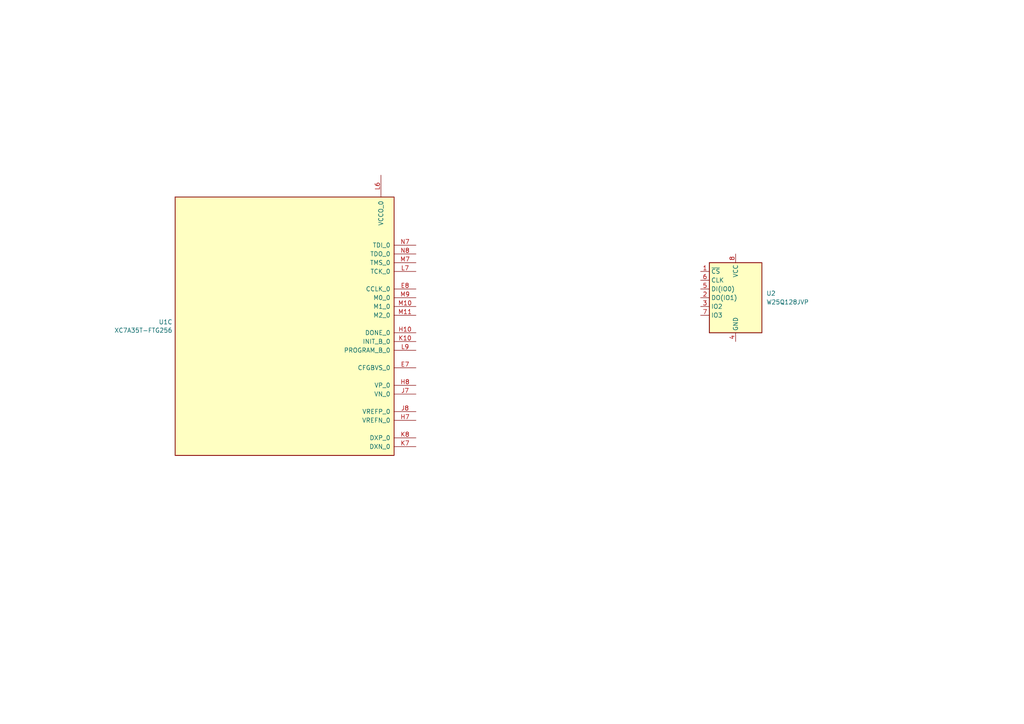
<source format=kicad_sch>
(kicad_sch (version 20231120) (generator "eeschema") (generator_version "8.0")
  (paper "A4")
  (lib_symbols
    (symbol "FPGA_Xilinx_Artix7:XC7A35T-FTG256" (pin_names (offset 1.016))
      (property "Reference" "U" (at 0 1.27 0))
      (property "Value" "XC7A35T-FTG256" (at 0 -1.27 0))
      (symbol "XC7A35T-FTG256_1_1"
        (rectangle (start -44.45 67.31) (end 44.45 -73.66) (stroke (width 0.254)) (fill (type background)))
        (pin bidirectional line (at 50.8 38.1 180) (length 6.35) (name "IO_L3N_T0_DQS_AD1N_15") (number "A10"))
        (pin bidirectional line (at 50.8 27.94 180) (length 6.35) (name "IO_L5N_T0_AD9N_15") (number "A12"))
        (pin bidirectional line (at 50.8 20.32 180) (length 6.35) (name "IO_L7P_T1_AD2P_15") (number "A13"))
        (pin bidirectional line (at 50.8 17.78 180) (length 6.35) (name "IO_L7N_T1_AD2N_15") (number "A14"))
        (pin bidirectional line (at 50.8 7.62 180) (length 6.35) (name "IO_L9N_T1_DQS_AD3N_15") (number "A15"))
        (pin power_in line (at 27.94 73.66 270) (length 6.35) (name "VCCO_15") (number "A16"))
        (pin bidirectional line (at 50.8 45.72 180) (length 6.35) (name "IO_L2P_T0_AD8P_15") (number "A8"))
        (pin bidirectional line (at 50.8 43.18 180) (length 6.35) (name "IO_L2N_T0_AD8N_15") (number "A9"))
        (pin bidirectional line (at 50.8 35.56 180) (length 6.35) (name "IO_L4P_T0_15") (number "B10"))
        (pin bidirectional line (at 50.8 33.02 180) (length 6.35) (name "IO_L4N_T0_15") (number "B11"))
        (pin bidirectional line (at 50.8 30.48 180) (length 6.35) (name "IO_L5P_T0_AD9P_15") (number "B12"))
        (pin power_in line (at 30.48 73.66 270) (length 6.35) (name "VCCO_15") (number "B13"))
        (pin bidirectional line (at 50.8 12.7 180) (length 6.35) (name "IO_L8N_T1_AD10N_15") (number "B14"))
        (pin bidirectional line (at 50.8 10.16 180) (length 6.35) (name "IO_L9P_T1_DQS_AD3P_15") (number "B15"))
        (pin bidirectional line (at 50.8 2.54 180) (length 6.35) (name "IO_L10N_T1_AD11N_15") (number "B16"))
        (pin bidirectional line (at 50.8 40.64 180) (length 6.35) (name "IO_L3P_T0_DQS_AD1P_15") (number "B9"))
        (pin power_in line (at 33.02 73.66 270) (length 6.35) (name "VCCO_15") (number "C10"))
        (pin bidirectional line (at 50.8 0 180) (length 6.35) (name "IO_L11P_T1_SRCC_15") (number "C11"))
        (pin bidirectional line (at 50.8 -2.54 180) (length 6.35) (name "IO_L11N_T1_SRCC_15") (number "C12"))
        (pin bidirectional line (at 50.8 -7.62 180) (length 6.35) (name "IO_L12N_T1_MRCC_15") (number "C13"))
        (pin bidirectional line (at 50.8 15.24 180) (length 6.35) (name "IO_L8P_T1_AD10P_15") (number "C14"))
        (pin bidirectional line (at 50.8 5.08 180) (length 6.35) (name "IO_L10P_T1_AD11P_15") (number "C16"))
        (pin bidirectional line (at 50.8 50.8 180) (length 6.35) (name "IO_L1P_T0_AD0P_15") (number "C8"))
        (pin bidirectional line (at 50.8 48.26 180) (length 6.35) (name "IO_L1N_T0_AD0N_15") (number "C9"))
        (pin bidirectional line (at 50.8 53.34 180) (length 6.35) (name "IO_0_15") (number "D10"))
        (pin bidirectional line (at 50.8 -17.78 180) (length 6.35) (name "IO_L14N_T2_SRCC_15") (number "D11"))
        (pin bidirectional line (at 50.8 -5.08 180) (length 6.35) (name "IO_L12P_T1_MRCC_15") (number "D13"))
        (pin bidirectional line (at 50.8 -20.32 180) (length 6.35) (name "IO_L15P_T2_DQS_15") (number "D14"))
        (pin bidirectional line (at 50.8 -22.86 180) (length 6.35) (name "IO_L15N_T2_DQS_ADV_B_15") (number "D15"))
        (pin bidirectional line (at 50.8 -33.02 180) (length 6.35) (name "IO_L17N_T2_A25_15") (number "D16"))
        (pin bidirectional line (at 50.8 25.4 180) (length 6.35) (name "IO_L6P_T0_15") (number "D8"))
        (pin bidirectional line (at 50.8 22.86 180) (length 6.35) (name "IO_L6N_T0_VREF_15") (number "D9"))
        (pin bidirectional line (at 50.8 -15.24 180) (length 6.35) (name "IO_L14P_T2_SRCC_15") (number "E11"))
        (pin bidirectional line (at 50.8 -10.16 180) (length 6.35) (name "IO_L13P_T2_MRCC_15") (number "E12"))
        (pin bidirectional line (at 50.8 -12.7 180) (length 6.35) (name "IO_L13N_T2_MRCC_15") (number "E13"))
        (pin power_in line (at 35.56 73.66 270) (length 6.35) (name "VCCO_15") (number "E14"))
        (pin bidirectional line (at 50.8 -38.1 180) (length 6.35) (name "IO_L18N_T2_A23_15") (number "E15"))
        (pin bidirectional line (at 50.8 -30.48 180) (length 6.35) (name "IO_L17P_T2_A26_15") (number "E16"))
        (pin bidirectional line (at 50.8 -25.4 180) (length 6.35) (name "IO_L16P_T2_A28_15") (number "F12"))
        (pin bidirectional line (at 50.8 -27.94 180) (length 6.35) (name "IO_L16N_T2_A27_15") (number "F13"))
        (pin bidirectional line (at 50.8 -53.34 180) (length 6.35) (name "IO_L21N_T3_DQS_A18_15") (number "F14"))
        (pin bidirectional line (at 50.8 -35.56 180) (length 6.35) (name "IO_L18P_T2_A24_15") (number "F15"))
        (pin bidirectional line (at 50.8 -71.12 180) (length 6.35) (name "IO_25_15") (number "G11"))
        (pin bidirectional line (at 50.8 -43.18 180) (length 6.35) (name "IO_L19N_T3_A21_VREF_15") (number "G12"))
        (pin bidirectional line (at 50.8 -50.8 180) (length 6.35) (name "IO_L21P_T3_DQS_15") (number "G14"))
        (pin bidirectional line (at 50.8 -68.58 180) (length 6.35) (name "IO_L24N_T3_RS0_15") (number "G15"))
        (pin bidirectional line (at 50.8 -58.42 180) (length 6.35) (name "IO_L22N_T3_A16_15") (number "G16"))
        (pin bidirectional line (at 50.8 -40.64 180) (length 6.35) (name "IO_L19P_T3_A22_15") (number "H11"))
        (pin bidirectional line (at 50.8 -45.72 180) (length 6.35) (name "IO_L20P_T3_A20_15") (number "H12"))
        (pin bidirectional line (at 50.8 -48.26 180) (length 6.35) (name "IO_L20N_T3_A19_15") (number "H13"))
        (pin bidirectional line (at 50.8 -66.04 180) (length 6.35) (name "IO_L24P_T3_RS1_15") (number "H14"))
        (pin power_in line (at 38.1 73.66 270) (length 6.35) (name "VCCO_15") (number "H15"))
        (pin bidirectional line (at 50.8 -55.88 180) (length 6.35) (name "IO_L22P_T3_A17_15") (number "H16"))
        (pin power_in line (at 40.64 73.66 270) (length 6.35) (name "VCCO_15") (number "J12"))
        (pin bidirectional line (at -50.8 50.8 0) (length 6.35) (name "IO_L1P_T0_D00_MOSI_14") (number "J13"))
        (pin bidirectional line (at -50.8 48.26 0) (length 6.35) (name "IO_L1N_T0_D01_DIN_14") (number "J14"))
        (pin bidirectional line (at 50.8 -60.96 180) (length 6.35) (name "IO_L23P_T3_FOE_B_15") (number "J15"))
        (pin bidirectional line (at 50.8 -63.5 180) (length 6.35) (name "IO_L23N_T3_FWE_B_15") (number "J16"))
        (pin bidirectional line (at -50.8 53.34 0) (length 6.35) (name "IO_0_14") (number "K12"))
        (pin bidirectional line (at -50.8 30.48 0) (length 6.35) (name "IO_L5P_T0_D06_14") (number "K13"))
        (pin bidirectional line (at -50.8 45.72 0) (length 6.35) (name "IO_L2P_T0_D02_14") (number "K15"))
        (pin bidirectional line (at -50.8 43.18 0) (length 6.35) (name "IO_L2N_T0_D03_14") (number "K16"))
        (pin bidirectional line (at -50.8 25.4 0) (length 6.35) (name "IO_L6P_T0_FCS_B_14") (number "L12"))
        (pin bidirectional line (at -50.8 27.94 0) (length 6.35) (name "IO_L5N_T0_D07_14") (number "L13"))
        (pin bidirectional line (at -50.8 35.56 0) (length 6.35) (name "IO_L4P_T0_D04_14") (number "L14"))
        (pin bidirectional line (at -50.8 40.64 0) (length 6.35) (name "IO_L3P_T0_DQS_PUDC_B_14") (number "L15"))
        (pin power_in line (at -40.64 73.66 270) (length 6.35) (name "VCCO_14") (number "L16"))
        (pin bidirectional line (at -50.8 22.86 0) (length 6.35) (name "IO_L6N_T0_D08_VREF_14") (number "M12"))
        (pin power_in line (at -38.1 73.66 270) (length 6.35) (name "VCCO_14") (number "M13"))
        (pin bidirectional line (at -50.8 33.02 0) (length 6.35) (name "IO_L4N_T0_D05_14") (number "M14"))
        (pin bidirectional line (at -50.8 38.1 0) (length 6.35) (name "IO_L3N_T0_DQS_EMCCLK_14") (number "M15"))
        (pin bidirectional line (at -50.8 20.32 0) (length 6.35) (name "IO_L7P_T1_D09_14") (number "M16"))
        (pin bidirectional line (at -50.8 -40.64 0) (length 6.35) (name "IO_L19P_T3_A10_D26_14") (number "M6"))
        (pin power_in line (at -35.56 73.66 270) (length 6.35) (name "VCCO_14") (number "N10"))
        (pin bidirectional line (at -50.8 -10.16 0) (length 6.35) (name "IO_L13P_T2_MRCC_14") (number "N11"))
        (pin bidirectional line (at -50.8 -12.7 0) (length 6.35) (name "IO_L13N_T2_MRCC_14") (number "N12"))
        (pin bidirectional line (at -50.8 0 0) (length 6.35) (name "IO_L11P_T1_SRCC_14") (number "N13"))
        (pin bidirectional line (at -50.8 -5.08 0) (length 6.35) (name "IO_L12P_T1_MRCC_14") (number "N14"))
        (pin bidirectional line (at -50.8 17.78 0) (length 6.35) (name "IO_L7N_T1_D10_14") (number "N16"))
        (pin bidirectional line (at -50.8 -43.18 0) (length 6.35) (name "IO_L19N_T3_A09_D25_VREF_14") (number "N6"))
        (pin bidirectional line (at -50.8 -35.56 0) (length 6.35) (name "IO_L18P_T2_A12_D28_14") (number "N9"))
        (pin bidirectional line (at -50.8 -15.24 0) (length 6.35) (name "IO_L14P_T2_SRCC_14") (number "P10"))
        (pin bidirectional line (at -50.8 -17.78 0) (length 6.35) (name "IO_L14N_T2_SRCC_14") (number "P11"))
        (pin bidirectional line (at -50.8 -2.54 0) (length 6.35) (name "IO_L11N_T1_SRCC_14") (number "P13"))
        (pin bidirectional line (at -50.8 -7.62 0) (length 6.35) (name "IO_L12N_T1_MRCC_14") (number "P14"))
        (pin bidirectional line (at -50.8 15.24 0) (length 6.35) (name "IO_L8P_T1_D11_14") (number "P15"))
        (pin bidirectional line (at -50.8 12.7 0) (length 6.35) (name "IO_L8N_T1_D12_14") (number "P16"))
        (pin bidirectional line (at -50.8 -71.12 0) (length 6.35) (name "IO_25_14") (number "P6"))
        (pin power_in line (at -33.02 73.66 270) (length 6.35) (name "VCCO_14") (number "P7"))
        (pin bidirectional line (at -50.8 -45.72 0) (length 6.35) (name "IO_L20P_T3_A08_D24_14") (number "P8"))
        (pin bidirectional line (at -50.8 -38.1 0) (length 6.35) (name "IO_L18N_T2_A11_D27_14") (number "P9"))
        (pin bidirectional line (at -50.8 -30.48 0) (length 6.35) (name "IO_L17P_T2_A14_D30_14") (number "R10"))
        (pin bidirectional line (at -50.8 -33.02 0) (length 6.35) (name "IO_L17N_T2_A13_D29_14") (number "R11"))
        (pin bidirectional line (at -50.8 -20.32 0) (length 6.35) (name "IO_L15P_T2_DQS_RDWR_B_14") (number "R12"))
        (pin bidirectional line (at -50.8 -25.4 0) (length 6.35) (name "IO_L16P_T2_CSI_B_14") (number "R13"))
        (pin power_in line (at -30.48 73.66 270) (length 6.35) (name "VCCO_14") (number "R14"))
        (pin bidirectional line (at -50.8 10.16 0) (length 6.35) (name "IO_L9P_T1_DQS_14") (number "R15"))
        (pin bidirectional line (at -50.8 7.62 0) (length 6.35) (name "IO_L9N_T1_DQS_D13_14") (number "R16"))
        (pin bidirectional line (at -50.8 -60.96 0) (length 6.35) (name "IO_L23P_T3_A03_D19_14") (number "R5"))
        (pin bidirectional line (at -50.8 -66.04 0) (length 6.35) (name "IO_L24P_T3_A01_D17_14") (number "R6"))
        (pin bidirectional line (at -50.8 -68.58 0) (length 6.35) (name "IO_L24N_T3_A00_D16_14") (number "R7"))
        (pin bidirectional line (at -50.8 -48.26 0) (length 6.35) (name "IO_L20N_T3_A07_D23_14") (number "R8"))
        (pin bidirectional line (at -50.8 -58.42 0) (length 6.35) (name "IO_L22N_T3_A04_D20_14") (number "T10"))
        (pin power_in line (at -27.94 73.66 270) (length 6.35) (name "VCCO_14") (number "T11"))
        (pin bidirectional line (at -50.8 -22.86 0) (length 6.35) (name "IO_L15N_T2_DQS_DOUT_CSO_B_14") (number "T12"))
        (pin bidirectional line (at -50.8 -27.94 0) (length 6.35) (name "IO_L16N_T2_A15_D31_14") (number "T13"))
        (pin bidirectional line (at -50.8 5.08 0) (length 6.35) (name "IO_L10P_T1_D14_14") (number "T14"))
        (pin bidirectional line (at -50.8 2.54 0) (length 6.35) (name "IO_L10N_T1_D15_14") (number "T15"))
        (pin bidirectional line (at -50.8 -63.5 0) (length 6.35) (name "IO_L23N_T3_A02_D18_14") (number "T5"))
        (pin bidirectional line (at -50.8 -50.8 0) (length 6.35) (name "IO_L21P_T3_DQS_14") (number "T7"))
        (pin bidirectional line (at -50.8 -53.34 0) (length 6.35) (name "IO_L21N_T3_DQS_A06_D22_14") (number "T8"))
        (pin bidirectional line (at -50.8 -55.88 0) (length 6.35) (name "IO_L22P_T3_A05_D21_14") (number "T9"))
      )
      (symbol "XC7A35T-FTG256_2_1"
        (rectangle (start -44.45 67.31) (end 44.45 -73.66) (stroke (width 0.254)) (fill (type background)))
        (pin bidirectional line (at 50.8 12.7 180) (length 6.35) (name "IO_L8N_T1_AD14N_35") (number "A2"))
        (pin bidirectional line (at 50.8 33.02 180) (length 6.35) (name "IO_L4N_T0_35") (number "A3"))
        (pin bidirectional line (at 50.8 38.1 180) (length 6.35) (name "IO_L3N_T0_DQS_AD5N_35") (number "A4"))
        (pin bidirectional line (at 50.8 40.64 180) (length 6.35) (name "IO_L3P_T0_DQS_AD5P_35") (number "A5"))
        (pin power_in line (at 27.94 73.66 270) (length 6.35) (name "VCCO_35") (number "A6"))
        (pin bidirectional line (at 50.8 48.26 180) (length 6.35) (name "IO_L1N_T0_AD4N_35") (number "A7"))
        (pin bidirectional line (at 50.8 7.62 180) (length 6.35) (name "IO_L9N_T1_DQS_AD7N_35") (number "B1"))
        (pin bidirectional line (at 50.8 15.24 180) (length 6.35) (name "IO_L8P_T1_AD14P_35") (number "B2"))
        (pin power_in line (at 30.48 73.66 270) (length 6.35) (name "VCCO_35") (number "B3"))
        (pin bidirectional line (at 50.8 35.56 180) (length 6.35) (name "IO_L4P_T0_35") (number "B4"))
        (pin bidirectional line (at 50.8 43.18 180) (length 6.35) (name "IO_L2N_T0_AD12N_35") (number "B5"))
        (pin bidirectional line (at 50.8 45.72 180) (length 6.35) (name "IO_L2P_T0_AD12P_35") (number "B6"))
        (pin bidirectional line (at 50.8 50.8 180) (length 6.35) (name "IO_L1P_T0_AD4P_35") (number "B7"))
        (pin bidirectional line (at 50.8 10.16 180) (length 6.35) (name "IO_L9P_T1_DQS_AD7P_35") (number "C1"))
        (pin bidirectional line (at 50.8 17.78 180) (length 6.35) (name "IO_L7N_T1_AD6N_35") (number "C2"))
        (pin bidirectional line (at 50.8 20.32 180) (length 6.35) (name "IO_L7P_T1_AD6P_35") (number "C3"))
        (pin bidirectional line (at 50.8 -7.62 180) (length 6.35) (name "IO_L12N_T1_MRCC_35") (number "C4"))
        (pin bidirectional line (at 50.8 27.94 180) (length 6.35) (name "IO_L5N_T0_AD13N_35") (number "C6"))
        (pin bidirectional line (at 50.8 30.48 180) (length 6.35) (name "IO_L5P_T0_AD13P_35") (number "C7"))
        (pin bidirectional line (at 50.8 2.54 180) (length 6.35) (name "IO_L10N_T1_AD15N_35") (number "D1"))
        (pin bidirectional line (at 50.8 -2.54 180) (length 6.35) (name "IO_L11N_T1_SRCC_35") (number "D3"))
        (pin bidirectional line (at 50.8 -5.08 180) (length 6.35) (name "IO_L12P_T1_MRCC_35") (number "D4"))
        (pin bidirectional line (at 50.8 22.86 180) (length 6.35) (name "IO_L6N_T0_VREF_35") (number "D5"))
        (pin bidirectional line (at 50.8 25.4 180) (length 6.35) (name "IO_L6P_T0_35") (number "D6"))
        (pin power_in line (at 33.02 73.66 270) (length 6.35) (name "VCCO_35") (number "D7"))
        (pin bidirectional line (at 50.8 -22.86 180) (length 6.35) (name "IO_L15N_T2_DQS_35") (number "E1"))
        (pin bidirectional line (at 50.8 5.08 180) (length 6.35) (name "IO_L10P_T1_AD15P_35") (number "E2"))
        (pin bidirectional line (at 50.8 0 180) (length 6.35) (name "IO_L11P_T1_SRCC_35") (number "E3"))
        (pin power_in line (at 35.56 73.66 270) (length 6.35) (name "VCCO_35") (number "E4"))
        (pin bidirectional line (at 50.8 -12.7 180) (length 6.35) (name "IO_L13N_T2_MRCC_35") (number "E5"))
        (pin bidirectional line (at 50.8 53.34 180) (length 6.35) (name "IO_0_35") (number "E6"))
        (pin power_in line (at 38.1 73.66 270) (length 6.35) (name "VCCO_35") (number "F1"))
        (pin bidirectional line (at 50.8 -20.32 180) (length 6.35) (name "IO_L15P_T2_DQS_35") (number "F2"))
        (pin bidirectional line (at 50.8 -17.78 180) (length 6.35) (name "IO_L14N_T2_SRCC_35") (number "F3"))
        (pin bidirectional line (at 50.8 -15.24 180) (length 6.35) (name "IO_L14P_T2_SRCC_35") (number "F4"))
        (pin bidirectional line (at 50.8 -10.16 180) (length 6.35) (name "IO_L13P_T2_MRCC_35") (number "F5"))
        (pin bidirectional line (at 50.8 -33.02 180) (length 6.35) (name "IO_L17N_T2_35") (number "G1"))
        (pin bidirectional line (at 50.8 -30.48 180) (length 6.35) (name "IO_L17P_T2_35") (number "G2"))
        (pin bidirectional line (at 50.8 -27.94 180) (length 6.35) (name "IO_L16N_T2_35") (number "G4"))
        (pin bidirectional line (at 50.8 -25.4 180) (length 6.35) (name "IO_L16P_T2_35") (number "G5"))
        (pin bidirectional line (at 50.8 -48.26 180) (length 6.35) (name "IO_L20N_T3_35") (number "H1"))
        (pin bidirectional line (at 50.8 -45.72 180) (length 6.35) (name "IO_L20P_T3_35") (number "H2"))
        (pin bidirectional line (at 50.8 -53.34 180) (length 6.35) (name "IO_L21N_T3_DQS_35") (number "H3"))
        (pin bidirectional line (at 50.8 -38.1 180) (length 6.35) (name "IO_L18N_T2_35") (number "H4"))
        (pin bidirectional line (at 50.8 -35.56 180) (length 6.35) (name "IO_L18P_T2_35") (number "H5"))
        (pin bidirectional line (at 50.8 -58.42 180) (length 6.35) (name "IO_L22N_T3_35") (number "J1"))
        (pin power_in line (at 40.64 73.66 270) (length 6.35) (name "VCCO_35") (number "J2"))
        (pin bidirectional line (at 50.8 -50.8 180) (length 6.35) (name "IO_L21P_T3_DQS_35") (number "J3"))
        (pin bidirectional line (at 50.8 -43.18 180) (length 6.35) (name "IO_L19N_T3_VREF_35") (number "J4"))
        (pin bidirectional line (at 50.8 -40.64 180) (length 6.35) (name "IO_L19P_T3_35") (number "J5"))
        (pin bidirectional line (at 50.8 -55.88 180) (length 6.35) (name "IO_L22P_T3_35") (number "K1"))
        (pin bidirectional line (at 50.8 -68.58 180) (length 6.35) (name "IO_L24N_T3_35") (number "K2"))
        (pin bidirectional line (at 50.8 -66.04 180) (length 6.35) (name "IO_L24P_T3_35") (number "K3"))
        (pin bidirectional line (at 50.8 -71.12 180) (length 6.35) (name "IO_25_35") (number "K5"))
        (pin bidirectional line (at 50.8 -63.5 180) (length 6.35) (name "IO_L23N_T3_35") (number "L2"))
        (pin bidirectional line (at 50.8 -60.96 180) (length 6.35) (name "IO_L23P_T3_35") (number "L3"))
        (pin bidirectional line (at -50.8 50.8 0) (length 6.35) (name "IO_L1P_T0_34") (number "L4"))
        (pin bidirectional line (at -50.8 53.34 0) (length 6.35) (name "IO_0_34") (number "L5"))
        (pin bidirectional line (at -50.8 43.18 0) (length 6.35) (name "IO_L2N_T0_34") (number "M1"))
        (pin bidirectional line (at -50.8 45.72 0) (length 6.35) (name "IO_L2P_T0_34") (number "M2"))
        (pin power_in line (at -40.64 73.66 270) (length 6.35) (name "VCCO_34") (number "M3"))
        (pin bidirectional line (at -50.8 48.26 0) (length 6.35) (name "IO_L1N_T0_34") (number "M4"))
        (pin bidirectional line (at -50.8 25.4 0) (length 6.35) (name "IO_L6P_T0_34") (number "M5"))
        (pin bidirectional line (at -50.8 35.56 0) (length 6.35) (name "IO_L4P_T0_34") (number "N1"))
        (pin bidirectional line (at -50.8 38.1 0) (length 6.35) (name "IO_L3N_T0_DQS_34") (number "N2"))
        (pin bidirectional line (at -50.8 40.64 0) (length 6.35) (name "IO_L3P_T0_DQS_34") (number "N3"))
        (pin bidirectional line (at -50.8 22.86 0) (length 6.35) (name "IO_L6N_T0_VREF_34") (number "N4"))
        (pin bidirectional line (at -50.8 33.02 0) (length 6.35) (name "IO_L4N_T0_34") (number "P1"))
        (pin bidirectional line (at -50.8 27.94 0) (length 6.35) (name "IO_L5N_T0_34") (number "P3"))
        (pin bidirectional line (at -50.8 30.48 0) (length 6.35) (name "IO_L5P_T0_34") (number "P4"))
        (pin bidirectional line (at -50.8 5.08 0) (length 6.35) (name "IO_L10P_T1_34") (number "P5"))
        (pin bidirectional line (at -50.8 17.78 0) (length 6.35) (name "IO_L7N_T1_34") (number "R1"))
        (pin bidirectional line (at -50.8 20.32 0) (length 6.35) (name "IO_L7P_T1_34") (number "R2"))
        (pin bidirectional line (at -50.8 15.24 0) (length 6.35) (name "IO_L8P_T1_34") (number "R3"))
        (pin power_in line (at -38.1 73.66 270) (length 6.35) (name "VCCO_34") (number "R4"))
        (pin power_in line (at -35.56 73.66 270) (length 6.35) (name "VCCO_34") (number "T1"))
        (pin bidirectional line (at -50.8 12.7 0) (length 6.35) (name "IO_L8N_T1_34") (number "T2"))
        (pin bidirectional line (at -50.8 7.62 0) (length 6.35) (name "IO_L9N_T1_DQS_34") (number "T3"))
        (pin bidirectional line (at -50.8 10.16 0) (length 6.35) (name "IO_L9P_T1_DQS_34") (number "T4"))
      )
      (symbol "XC7A35T-FTG256_3_1"
        (rectangle (start -31.75 34.29) (end 31.75 -40.64) (stroke (width 0.254)) (fill (type background)))
        (pin bidirectional line (at 38.1 -15.24 180) (length 6.35) (name "CFGBVS_0") (number "E7"))
        (pin bidirectional line (at 38.1 7.62 180) (length 6.35) (name "CCLK_0") (number "E8"))
        (pin bidirectional line (at 38.1 -5.08 180) (length 6.35) (name "DONE_0") (number "H10"))
        (pin bidirectional line (at 38.1 -30.48 180) (length 6.35) (name "VREFN_0") (number "H7"))
        (pin bidirectional line (at 38.1 -20.32 180) (length 6.35) (name "VP_0") (number "H8"))
        (pin bidirectional line (at 38.1 -22.86 180) (length 6.35) (name "VN_0") (number "J7"))
        (pin bidirectional line (at 38.1 -27.94 180) (length 6.35) (name "VREFP_0") (number "J8"))
        (pin bidirectional line (at 38.1 -7.62 180) (length 6.35) (name "INIT_B_0") (number "K10"))
        (pin bidirectional line (at 38.1 -38.1 180) (length 6.35) (name "DXN_0") (number "K7"))
        (pin bidirectional line (at 38.1 -35.56 180) (length 6.35) (name "DXP_0") (number "K8"))
        (pin power_in line (at 27.94 40.64 270) (length 6.35) (name "VCCO_0") (number "L6"))
        (pin bidirectional line (at 38.1 12.7 180) (length 6.35) (name "TCK_0") (number "L7"))
        (pin bidirectional line (at 38.1 -10.16 180) (length 6.35) (name "PROGRAM_B_0") (number "L9"))
        (pin bidirectional line (at 38.1 2.54 180) (length 6.35) (name "M1_0") (number "M10"))
        (pin bidirectional line (at 38.1 0 180) (length 6.35) (name "M2_0") (number "M11"))
        (pin bidirectional line (at 38.1 15.24 180) (length 6.35) (name "TMS_0") (number "M7"))
        (pin bidirectional line (at 38.1 5.08 180) (length 6.35) (name "M0_0") (number "M9"))
        (pin bidirectional line (at 38.1 20.32 180) (length 6.35) (name "TDI_0") (number "N7"))
        (pin bidirectional line (at 38.1 17.78 180) (length 6.35) (name "TDO_0") (number "N8"))
      )
      (symbol "XC7A35T-FTG256_4_1"
        (rectangle (start -19.05 35.56) (end 19.05 -35.56) (stroke (width 0.254)) (fill (type background)))
        (pin power_in line (at -25.4 2.54 0) (length 6.35) (name "GND") (number "A1"))
        (pin power_in line (at -25.4 0 0) (length 6.35) (name "GND") (number "A11"))
        (pin power_in line (at -25.4 -2.54 0) (length 6.35) (name "GND") (number "B8"))
        (pin power_in line (at -25.4 -7.62 0) (length 6.35) (name "GND") (number "C15"))
        (pin power_in line (at -25.4 -5.08 0) (length 6.35) (name "GND") (number "C5"))
        (pin power_in line (at -25.4 -12.7 0) (length 6.35) (name "GND") (number "D12"))
        (pin power_in line (at -25.4 -10.16 0) (length 6.35) (name "GND") (number "D2"))
        (pin power_in line (at -25.4 12.7 0) (length 6.35) (name "VCCBRAM") (number "E10"))
        (pin power_in line (at -25.4 -15.24 0) (length 6.35) (name "GND") (number "E9"))
        (pin power_in line (at -25.4 -20.32 0) (length 6.35) (name "GND") (number "F10"))
        (pin power_in line (at -25.4 10.16 0) (length 6.35) (name "VCCBRAM") (number "F11"))
        (pin power_in line (at -25.4 -22.86 0) (length 6.35) (name "GND") (number "F16"))
        (pin power_in line (at -25.4 -17.78 0) (length 6.35) (name "GND") (number "F6"))
        (pin power_in line (at 25.4 33.02 180) (length 6.35) (name "VCCINT") (number "F7"))
        (pin power_in line (at -25.4 15.24 0) (length 6.35) (name "VCCBATT_0") (number "F8"))
        (pin power_in line (at 25.4 30.48 180) (length 6.35) (name "VCCINT") (number "F9"))
        (pin power_in line (at -25.4 33.02 0) (length 6.35) (name "VCCAUX") (number "G10"))
        (pin power_in line (at -25.4 -30.48 0) (length 6.35) (name "GND") (number "G13"))
        (pin power_in line (at -25.4 -25.4 0) (length 6.35) (name "GND") (number "G3"))
        (pin power_in line (at 25.4 27.94 180) (length 6.35) (name "VCCINT") (number "G6"))
        (pin power_in line (at -25.4 20.32 0) (length 6.35) (name "GNDADC_0") (number "G7"))
        (pin power_in line (at -25.4 17.78 0) (length 6.35) (name "VCCADC_0") (number "G8"))
        (pin power_in line (at -25.4 -27.94 0) (length 6.35) (name "GND") (number "G9"))
        (pin power_in line (at -25.4 -33.02 0) (length 6.35) (name "GND") (number "H6"))
        (pin power_in line (at 25.4 25.4 180) (length 6.35) (name "VCCINT") (number "H9"))
        (pin power_in line (at -25.4 30.48 0) (length 6.35) (name "VCCAUX") (number "J10"))
        (pin power_in line (at 25.4 0 180) (length 6.35) (name "GND") (number "J11"))
        (pin power_in line (at 25.4 22.86 180) (length 6.35) (name "VCCINT") (number "J6"))
        (pin power_in line (at 25.4 2.54 180) (length 6.35) (name "GND") (number "J9"))
        (pin power_in line (at -25.4 27.94 0) (length 6.35) (name "VCCAUX") (number "K11"))
        (pin power_in line (at 25.4 -7.62 180) (length 6.35) (name "GND") (number "K14"))
        (pin power_in line (at 25.4 -2.54 180) (length 6.35) (name "GND") (number "K4"))
        (pin power_in line (at 25.4 -5.08 180) (length 6.35) (name "GND") (number "K6"))
        (pin power_in line (at 25.4 20.32 180) (length 6.35) (name "VCCINT") (number "K9"))
        (pin power_in line (at 25.4 -10.16 180) (length 6.35) (name "GND") (number "L1"))
        (pin power_in line (at -25.4 25.4 0) (length 6.35) (name "VCCAUX") (number "L10"))
        (pin power_in line (at 25.4 -12.7 180) (length 6.35) (name "GND") (number "L11"))
        (pin power_in line (at 25.4 17.78 180) (length 6.35) (name "VCCINT") (number "L8"))
        (pin power_in line (at 25.4 -15.24 180) (length 6.35) (name "GND") (number "M8"))
        (pin power_in line (at 25.4 -20.32 180) (length 6.35) (name "GND") (number "N15"))
        (pin power_in line (at 25.4 -17.78 180) (length 6.35) (name "GND") (number "N5"))
        (pin power_in line (at 25.4 -25.4 180) (length 6.35) (name "GND") (number "P12"))
        (pin power_in line (at 25.4 -22.86 180) (length 6.35) (name "GND") (number "P2"))
        (pin power_in line (at 25.4 -27.94 180) (length 6.35) (name "GND") (number "R9"))
        (pin power_in line (at 25.4 -33.02 180) (length 6.35) (name "GND") (number "T16"))
        (pin power_in line (at 25.4 -30.48 180) (length 6.35) (name "GND") (number "T6"))
      )
    )
    (symbol "Memory_Flash:W25Q128JVP"
      (property "Reference" "U" (at -6.35 11.43 0))
      (property "Value" "W25Q128JVP" (at 7.62 11.43 0))
      (symbol "W25Q128JVP_0_1"
        (rectangle (start -7.62 10.16) (end 7.62 -10.16) (stroke (width 0.254)) (fill (type background)))
      )
      (symbol "W25Q128JVP_1_1"
        (pin input line (at -10.16 7.62 0) (length 2.54) (name "~{CS}") (number "1"))
        (pin bidirectional line (at -10.16 0 0) (length 2.54) (name "DO(IO1)") (number "2"))
        (pin bidirectional line (at -10.16 -2.54 0) (length 2.54) (name "IO2") (number "3"))
        (pin power_in line (at 0 -12.7 90) (length 2.54) (name "GND") (number "4"))
        (pin bidirectional line (at -10.16 2.54 0) (length 2.54) (name "DI(IO0)") (number "5"))
        (pin input line (at -10.16 5.08 0) (length 2.54) (name "CLK") (number "6"))
        (pin bidirectional line (at -10.16 -5.08 0) (length 2.54) (name "IO3") (number "7"))
        (pin power_in line (at 0 12.7 270) (length 2.54) (name "VCC") (number "8"))
      )
    )
  )
  (symbol (lib_id "Memory_Flash:W25Q128JVP") (at 213.36 86.36 0) (unit 1)
    (property "Reference" "U2" (at 222.25 85.0899 0) (effects (justify left)))
    (property "Value" "W25Q128JVP" (at 222.25 87.6299 0) (effects (justify left)))
    (property "Footprint" "Package_SON:WSON-8-1EP_6x5mm_P1.27mm_EP3.4x4.3mm" (effects (hide yes)))
    (property "Datasheet" "https://www.winbond.com/resource-files/w25q128jv_dtr%20revc%2003272018%20plus.pdf" (effects (hide yes)))
    (property "Description" "128Mb Serial Flash Memory, Standard/Dual/Quad SPI, WSON-8" (effects (hide yes)))
  )
  (symbol (lib_id "FPGA_Xilinx_Artix7:XC7A35T-FTG256") (at 82.55 91.44 0) (unit 3)
    (property "Reference" "U1" (at 50.0381 93.4028 0) (effects (justify right)))
    (property "Value" "XC7A35T-FTG256" (at 50.0381 95.8271 0) (effects (justify right)))
    (property "Description" "Artix 7 T 35 XC7A35T-FTG256" (effects (hide yes)))
  )
)
</source>
